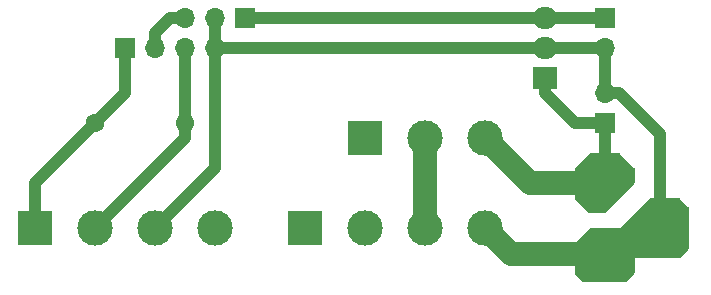
<source format=gbr>
%TF.GenerationSoftware,KiCad,Pcbnew,(6.0.7)*%
%TF.CreationDate,2022-09-27T15:13:33-05:00*%
%TF.ProjectId,adap1,61646170-312e-46b6-9963-61645f706362,rev?*%
%TF.SameCoordinates,Original*%
%TF.FileFunction,Copper,L2,Bot*%
%TF.FilePolarity,Positive*%
%FSLAX46Y46*%
G04 Gerber Fmt 4.6, Leading zero omitted, Abs format (unit mm)*
G04 Created by KiCad (PCBNEW (6.0.7)) date 2022-09-27 15:13:33*
%MOMM*%
%LPD*%
G01*
G04 APERTURE LIST*
%TA.AperFunction,ComponentPad*%
%ADD10R,3.000000X3.000000*%
%TD*%
%TA.AperFunction,ComponentPad*%
%ADD11C,3.000000*%
%TD*%
%TA.AperFunction,ComponentPad*%
%ADD12R,1.700000X1.700000*%
%TD*%
%TA.AperFunction,ComponentPad*%
%ADD13O,1.700000X1.700000*%
%TD*%
%TA.AperFunction,ComponentPad*%
%ADD14C,1.600000*%
%TD*%
%TA.AperFunction,ComponentPad*%
%ADD15O,1.600000X1.600000*%
%TD*%
%TA.AperFunction,ComponentPad*%
%ADD16R,2.600000X2.600000*%
%TD*%
%TA.AperFunction,ComponentPad*%
%ADD17C,2.600000*%
%TD*%
%TA.AperFunction,ComponentPad*%
%ADD18R,2.000000X1.905000*%
%TD*%
%TA.AperFunction,ComponentPad*%
%ADD19O,2.000000X1.905000*%
%TD*%
%TA.AperFunction,Conductor*%
%ADD20C,1.000000*%
%TD*%
%TA.AperFunction,Conductor*%
%ADD21C,2.000000*%
%TD*%
G04 APERTURE END LIST*
D10*
%TO.P,J4,1,Pin_1*%
%TO.N,/REL1*%
X157480000Y-100330000D03*
D11*
%TO.P,J4,2,Pin_2*%
%TO.N,/REL2*%
X162560000Y-100330000D03*
%TO.P,J4,3,Pin_3*%
%TO.N,/COM*%
X167640000Y-100330000D03*
%TO.P,J4,4,Pin_4*%
%TO.N,GND*%
X172720000Y-100330000D03*
%TD*%
D12*
%TO.P,J6,1,Pin_1*%
%TO.N,+3.3V*%
X142240000Y-85090000D03*
D13*
%TO.P,J6,2,Pin_2*%
%TO.N,/REL3*%
X144780000Y-85090000D03*
%TO.P,J6,3,Pin_3*%
%TO.N,/SEN*%
X147320000Y-85090000D03*
%TO.P,J6,4,Pin_4*%
%TO.N,GND*%
X149860000Y-85090000D03*
%TD*%
D10*
%TO.P,J3,1,Pin_1*%
%TO.N,/NC*%
X162560000Y-92710000D03*
D11*
%TO.P,J3,2,Pin_2*%
%TO.N,/COM*%
X167640000Y-92710000D03*
%TO.P,J3,3,Pin_3*%
%TO.N,+12V*%
X172720000Y-92710000D03*
%TD*%
D14*
%TO.P,R1,1*%
%TO.N,+3.3V*%
X139700000Y-91440000D03*
D15*
%TO.P,R1,2*%
%TO.N,/SEN*%
X147320000Y-91440000D03*
%TD*%
D16*
%TO.P,J1,1*%
%TO.N,+12V*%
X182880000Y-96520000D03*
D17*
%TO.P,J1,2*%
%TO.N,GND*%
X182880000Y-102520000D03*
%TO.P,J1,3*%
X187580000Y-99520000D03*
%TD*%
D10*
%TO.P,J5,1,Pin_1*%
%TO.N,+3.3V*%
X134620000Y-100330000D03*
D11*
%TO.P,J5,2,Pin_2*%
%TO.N,/SEN*%
X139700000Y-100330000D03*
%TO.P,J5,3,Pin_3*%
%TO.N,GND*%
X144780000Y-100330000D03*
%TO.P,J5,4,Pin_4*%
%TO.N,unconnected-(J5-Pad4)*%
X149860000Y-100330000D03*
%TD*%
D12*
%TO.P,J2,1,Pin_1*%
%TO.N,+5V*%
X152400000Y-82550000D03*
D13*
%TO.P,J2,2,Pin_2*%
%TO.N,GND*%
X149860000Y-82550000D03*
%TO.P,J2,3,Pin_3*%
%TO.N,/REL3*%
X147320000Y-82550000D03*
%TD*%
D18*
%TO.P,U2,1,VI*%
%TO.N,+12V*%
X177800000Y-87630000D03*
D19*
%TO.P,U2,2,GND*%
%TO.N,GND*%
X177800000Y-85090000D03*
%TO.P,U2,3,VO*%
%TO.N,+5V*%
X177800000Y-82550000D03*
%TD*%
D12*
%TO.P,J8,1,Pin_1*%
%TO.N,+5V*%
X182880000Y-82550000D03*
D13*
%TO.P,J8,2,Pin_2*%
%TO.N,GND*%
X182880000Y-85090000D03*
%TD*%
D12*
%TO.P,J7,1,Pin_1*%
%TO.N,+12V*%
X182880000Y-91440000D03*
D13*
%TO.P,J7,2,Pin_2*%
%TO.N,GND*%
X182880000Y-88900000D03*
%TD*%
D20*
%TO.N,+12V*%
X177800000Y-88900000D02*
X180340000Y-91440000D01*
D21*
X176530000Y-96520000D02*
X172720000Y-92710000D01*
X182880000Y-96520000D02*
X176530000Y-96520000D01*
D20*
X182880000Y-91440000D02*
X182880000Y-96520000D01*
X177800000Y-87630000D02*
X177800000Y-88900000D01*
X180340000Y-91440000D02*
X182880000Y-91440000D01*
%TO.N,GND*%
X182880000Y-102520000D02*
X184580000Y-102520000D01*
X182880000Y-85090000D02*
X182880000Y-88900000D01*
D21*
X182880000Y-102520000D02*
X174910000Y-102520000D01*
D20*
X182880000Y-88900000D02*
X184082081Y-88900000D01*
X149860000Y-82550000D02*
X149860000Y-85090000D01*
X149860000Y-85090000D02*
X149860000Y-95250000D01*
X184082081Y-88900000D02*
X187580000Y-92397919D01*
X177800000Y-85090000D02*
X182880000Y-85090000D01*
X184580000Y-102520000D02*
X187580000Y-99520000D01*
X187580000Y-92397919D02*
X187580000Y-99520000D01*
D21*
X174910000Y-102520000D02*
X172720000Y-100330000D01*
D20*
X149860000Y-95250000D02*
X144780000Y-100330000D01*
X149860000Y-85090000D02*
X177800000Y-85090000D01*
%TO.N,+5V*%
X152400000Y-82550000D02*
X177800000Y-82550000D01*
X182880000Y-82550000D02*
X177800000Y-82550000D01*
%TO.N,/REL3*%
X144780000Y-85090000D02*
X144780000Y-83820000D01*
X146050000Y-82550000D02*
X147320000Y-82550000D01*
X144780000Y-83820000D02*
X146050000Y-82550000D01*
D21*
%TO.N,/COM*%
X167640000Y-92710000D02*
X167640000Y-100330000D01*
D20*
%TO.N,+3.3V*%
X134620000Y-100330000D02*
X134620000Y-96520000D01*
X134620000Y-96520000D02*
X139700000Y-91440000D01*
X142240000Y-88900000D02*
X139700000Y-91440000D01*
X142240000Y-85090000D02*
X142240000Y-88900000D01*
%TO.N,/SEN*%
X139700000Y-100330000D02*
X147320000Y-92710000D01*
X147320000Y-85090000D02*
X147320000Y-91440000D01*
X147320000Y-92710000D02*
X147320000Y-91440000D01*
%TD*%
%TA.AperFunction,Conductor*%
%TO.N,GND*%
G36*
X189245931Y-97810002D02*
G01*
X189266905Y-97826905D01*
X189954595Y-98514595D01*
X189988621Y-98576907D01*
X189991500Y-98603690D01*
X189991500Y-102056310D01*
X189971498Y-102124431D01*
X189954595Y-102145405D01*
X189266905Y-102833095D01*
X189204593Y-102867121D01*
X189177810Y-102870000D01*
X185420000Y-102870000D01*
X185420000Y-101600000D01*
X184150000Y-100330000D01*
X186653095Y-97826905D01*
X186715407Y-97792879D01*
X186742190Y-97790000D01*
X189177810Y-97790000D01*
X189245931Y-97810002D01*
G37*
%TD.AperFunction*%
%TD*%
%TA.AperFunction,Conductor*%
%TO.N,+12V*%
G36*
X184165931Y-94000002D02*
G01*
X184186905Y-94016905D01*
X185383095Y-95213095D01*
X185417121Y-95275407D01*
X185420000Y-95302190D01*
X185420000Y-96467810D01*
X185399998Y-96535931D01*
X185383095Y-96556905D01*
X182916905Y-99023095D01*
X182854593Y-99057121D01*
X182827810Y-99060000D01*
X181662190Y-99060000D01*
X181594069Y-99039998D01*
X181573095Y-99023095D01*
X180376905Y-97826905D01*
X180342879Y-97764593D01*
X180340000Y-97737810D01*
X180340000Y-95302190D01*
X180360002Y-95234069D01*
X180376905Y-95213095D01*
X181573095Y-94016905D01*
X181635407Y-93982879D01*
X181662190Y-93980000D01*
X184097810Y-93980000D01*
X184165931Y-94000002D01*
G37*
%TD.AperFunction*%
%TD*%
%TA.AperFunction,Conductor*%
%TO.N,GND*%
G36*
X185420000Y-101600000D02*
G01*
X185420000Y-104087810D01*
X185399998Y-104155931D01*
X185383095Y-104176905D01*
X184695405Y-104864595D01*
X184633093Y-104898621D01*
X184606310Y-104901500D01*
X181153690Y-104901500D01*
X181085569Y-104881498D01*
X181064595Y-104864595D01*
X180376905Y-104176905D01*
X180342879Y-104114593D01*
X180340000Y-104087810D01*
X180340000Y-101652190D01*
X180360002Y-101584069D01*
X180376905Y-101563095D01*
X181573095Y-100366905D01*
X181635407Y-100332879D01*
X181662190Y-100330000D01*
X184150000Y-100330000D01*
X185420000Y-101600000D01*
G37*
%TD.AperFunction*%
%TD*%
M02*

</source>
